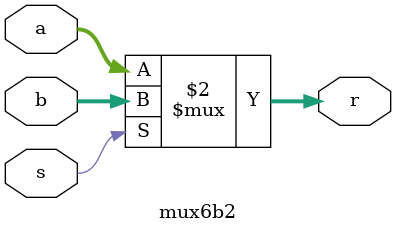
<source format=v>
`timescale 1ns / 1ps
module mux6b2(
    input [5:0] a,
    input [5:0] b,
    input s,
	 output [5:0] r
    );

assign r = (s == 0 ) ? a : b;

endmodule

</source>
